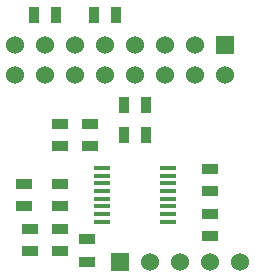
<source format=gts>
G04 (created by PCBNEW (2013-05-31 BZR 4019)-stable) date 28/01/2014 18:03:58*
%MOIN*%
G04 Gerber Fmt 3.4, Leading zero omitted, Abs format*
%FSLAX34Y34*%
G01*
G70*
G90*
G04 APERTURE LIST*
%ADD10C,0.00590551*%
%ADD11R,0.0579X0.0165*%
%ADD12R,0.035X0.055*%
%ADD13R,0.055X0.035*%
%ADD14R,0.06X0.06*%
%ADD15C,0.06*%
G04 APERTURE END LIST*
G54D10*
G54D11*
X20398Y-15372D03*
X20398Y-15628D03*
X20398Y-15884D03*
X20398Y-16140D03*
X22600Y-14608D03*
X20398Y-14604D03*
X20398Y-14860D03*
X20398Y-15116D03*
X22602Y-16396D03*
X22602Y-16140D03*
X22602Y-15884D03*
X22602Y-15628D03*
X22602Y-15372D03*
X22602Y-15116D03*
X20398Y-16396D03*
X22600Y-14860D03*
G54D12*
X21125Y-12500D03*
X21875Y-12500D03*
X21875Y-13500D03*
X21125Y-13500D03*
G54D13*
X19000Y-15875D03*
X19000Y-15125D03*
X19000Y-17375D03*
X19000Y-16625D03*
X17800Y-15125D03*
X17800Y-15875D03*
X18000Y-16625D03*
X18000Y-17375D03*
X24000Y-16125D03*
X24000Y-16875D03*
X24000Y-14625D03*
X24000Y-15375D03*
G54D12*
X18875Y-9500D03*
X18125Y-9500D03*
X20875Y-9500D03*
X20125Y-9500D03*
G54D13*
X19900Y-16985D03*
X19900Y-17735D03*
X19000Y-13875D03*
X19000Y-13125D03*
X20000Y-13875D03*
X20000Y-13125D03*
G54D14*
X24500Y-10500D03*
G54D15*
X24500Y-11500D03*
X23500Y-10500D03*
X23500Y-11500D03*
X22500Y-10500D03*
X22500Y-11500D03*
X21500Y-10500D03*
X21500Y-11500D03*
X20500Y-10500D03*
X20500Y-11500D03*
X19500Y-10500D03*
X19500Y-11500D03*
X18500Y-10500D03*
X18500Y-11500D03*
X17500Y-10500D03*
X17500Y-11500D03*
G54D14*
X21000Y-17750D03*
G54D15*
X22000Y-17750D03*
X23000Y-17750D03*
X24000Y-17750D03*
X25000Y-17750D03*
M02*

</source>
